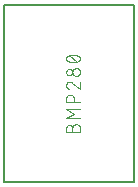
<source format=gbr>
G04 EAGLE Gerber RS-274X export*
G75*
%MOMM*%
%FSLAX34Y34*%
%LPD*%
%INSilkscreen Top*%
%IPPOS*%
%AMOC8*
5,1,8,0,0,1.08239X$1,22.5*%
G01*
%ADD10C,0.127000*%
%ADD11C,0.101600*%


D10*
X1006300Y203600D02*
X1006300Y53600D01*
X1116300Y53600D01*
X1116300Y203600D01*
X1006300Y203600D01*
D11*
X1064071Y99051D02*
X1064071Y95805D01*
X1064070Y99051D02*
X1064072Y99164D01*
X1064078Y99277D01*
X1064088Y99390D01*
X1064102Y99503D01*
X1064119Y99615D01*
X1064141Y99726D01*
X1064166Y99836D01*
X1064196Y99946D01*
X1064229Y100054D01*
X1064266Y100161D01*
X1064306Y100267D01*
X1064351Y100371D01*
X1064399Y100474D01*
X1064450Y100575D01*
X1064505Y100674D01*
X1064563Y100771D01*
X1064625Y100866D01*
X1064690Y100959D01*
X1064758Y101049D01*
X1064829Y101137D01*
X1064904Y101223D01*
X1064981Y101306D01*
X1065061Y101386D01*
X1065144Y101463D01*
X1065230Y101538D01*
X1065318Y101609D01*
X1065408Y101677D01*
X1065501Y101742D01*
X1065596Y101804D01*
X1065693Y101862D01*
X1065792Y101917D01*
X1065893Y101968D01*
X1065996Y102016D01*
X1066100Y102061D01*
X1066206Y102101D01*
X1066313Y102138D01*
X1066421Y102171D01*
X1066531Y102201D01*
X1066641Y102226D01*
X1066752Y102248D01*
X1066864Y102265D01*
X1066977Y102279D01*
X1067090Y102289D01*
X1067203Y102295D01*
X1067316Y102297D01*
X1067429Y102295D01*
X1067542Y102289D01*
X1067655Y102279D01*
X1067768Y102265D01*
X1067880Y102248D01*
X1067991Y102226D01*
X1068101Y102201D01*
X1068211Y102171D01*
X1068319Y102138D01*
X1068426Y102101D01*
X1068532Y102061D01*
X1068636Y102016D01*
X1068739Y101968D01*
X1068840Y101917D01*
X1068939Y101862D01*
X1069036Y101804D01*
X1069131Y101742D01*
X1069224Y101677D01*
X1069314Y101609D01*
X1069402Y101538D01*
X1069488Y101463D01*
X1069571Y101386D01*
X1069651Y101306D01*
X1069728Y101223D01*
X1069803Y101137D01*
X1069874Y101049D01*
X1069942Y100959D01*
X1070007Y100866D01*
X1070069Y100771D01*
X1070127Y100674D01*
X1070182Y100575D01*
X1070233Y100474D01*
X1070281Y100371D01*
X1070326Y100267D01*
X1070366Y100161D01*
X1070403Y100054D01*
X1070436Y99946D01*
X1070466Y99836D01*
X1070491Y99726D01*
X1070513Y99615D01*
X1070530Y99503D01*
X1070544Y99390D01*
X1070554Y99277D01*
X1070560Y99164D01*
X1070562Y99051D01*
X1070562Y95805D01*
X1058878Y95805D01*
X1058878Y99051D01*
X1058880Y99152D01*
X1058886Y99252D01*
X1058896Y99352D01*
X1058909Y99452D01*
X1058927Y99551D01*
X1058948Y99650D01*
X1058973Y99747D01*
X1059002Y99844D01*
X1059035Y99939D01*
X1059071Y100033D01*
X1059111Y100125D01*
X1059154Y100216D01*
X1059201Y100305D01*
X1059251Y100392D01*
X1059305Y100478D01*
X1059362Y100561D01*
X1059422Y100641D01*
X1059485Y100720D01*
X1059552Y100796D01*
X1059621Y100869D01*
X1059693Y100939D01*
X1059767Y101007D01*
X1059844Y101072D01*
X1059924Y101133D01*
X1060006Y101192D01*
X1060090Y101247D01*
X1060176Y101299D01*
X1060264Y101348D01*
X1060354Y101393D01*
X1060446Y101435D01*
X1060539Y101473D01*
X1060634Y101507D01*
X1060729Y101538D01*
X1060826Y101565D01*
X1060924Y101588D01*
X1061023Y101608D01*
X1061123Y101623D01*
X1061223Y101635D01*
X1061323Y101643D01*
X1061424Y101647D01*
X1061524Y101647D01*
X1061625Y101643D01*
X1061725Y101635D01*
X1061825Y101623D01*
X1061925Y101608D01*
X1062024Y101588D01*
X1062122Y101565D01*
X1062219Y101538D01*
X1062314Y101507D01*
X1062409Y101473D01*
X1062502Y101435D01*
X1062594Y101393D01*
X1062684Y101348D01*
X1062772Y101299D01*
X1062858Y101247D01*
X1062942Y101192D01*
X1063024Y101133D01*
X1063104Y101072D01*
X1063181Y101007D01*
X1063255Y100939D01*
X1063327Y100869D01*
X1063396Y100796D01*
X1063463Y100720D01*
X1063526Y100641D01*
X1063586Y100561D01*
X1063643Y100478D01*
X1063697Y100392D01*
X1063747Y100305D01*
X1063794Y100216D01*
X1063837Y100125D01*
X1063877Y100033D01*
X1063913Y99939D01*
X1063946Y99844D01*
X1063975Y99747D01*
X1064000Y99650D01*
X1064021Y99551D01*
X1064039Y99452D01*
X1064052Y99352D01*
X1064062Y99252D01*
X1064068Y99152D01*
X1064070Y99051D01*
X1058878Y107179D02*
X1070562Y107179D01*
X1065369Y111074D02*
X1058878Y107179D01*
X1065369Y111074D02*
X1058878Y114968D01*
X1070562Y114968D01*
X1070562Y120951D02*
X1058878Y120951D01*
X1058878Y124197D01*
X1058880Y124310D01*
X1058886Y124423D01*
X1058896Y124536D01*
X1058910Y124649D01*
X1058927Y124761D01*
X1058949Y124872D01*
X1058974Y124982D01*
X1059004Y125092D01*
X1059037Y125200D01*
X1059074Y125307D01*
X1059114Y125413D01*
X1059159Y125517D01*
X1059207Y125620D01*
X1059258Y125721D01*
X1059313Y125820D01*
X1059371Y125917D01*
X1059433Y126012D01*
X1059498Y126105D01*
X1059566Y126195D01*
X1059637Y126283D01*
X1059712Y126369D01*
X1059789Y126452D01*
X1059869Y126532D01*
X1059952Y126609D01*
X1060038Y126684D01*
X1060126Y126755D01*
X1060216Y126823D01*
X1060309Y126888D01*
X1060404Y126950D01*
X1060501Y127008D01*
X1060600Y127063D01*
X1060701Y127114D01*
X1060804Y127162D01*
X1060908Y127207D01*
X1061014Y127247D01*
X1061121Y127284D01*
X1061229Y127317D01*
X1061339Y127347D01*
X1061449Y127372D01*
X1061560Y127394D01*
X1061672Y127411D01*
X1061785Y127425D01*
X1061898Y127435D01*
X1062011Y127441D01*
X1062124Y127443D01*
X1062237Y127441D01*
X1062350Y127435D01*
X1062463Y127425D01*
X1062576Y127411D01*
X1062688Y127394D01*
X1062799Y127372D01*
X1062909Y127347D01*
X1063019Y127317D01*
X1063127Y127284D01*
X1063234Y127247D01*
X1063340Y127207D01*
X1063444Y127162D01*
X1063547Y127114D01*
X1063648Y127063D01*
X1063747Y127008D01*
X1063844Y126950D01*
X1063939Y126888D01*
X1064032Y126823D01*
X1064122Y126755D01*
X1064210Y126684D01*
X1064296Y126609D01*
X1064379Y126532D01*
X1064459Y126452D01*
X1064536Y126369D01*
X1064611Y126283D01*
X1064682Y126195D01*
X1064750Y126105D01*
X1064815Y126012D01*
X1064877Y125917D01*
X1064935Y125820D01*
X1064990Y125721D01*
X1065041Y125620D01*
X1065089Y125517D01*
X1065134Y125413D01*
X1065174Y125307D01*
X1065211Y125200D01*
X1065244Y125092D01*
X1065274Y124982D01*
X1065299Y124872D01*
X1065321Y124761D01*
X1065338Y124649D01*
X1065352Y124536D01*
X1065362Y124423D01*
X1065368Y124310D01*
X1065370Y124197D01*
X1065369Y124197D02*
X1065369Y120951D01*
X1058878Y135401D02*
X1058880Y135508D01*
X1058886Y135614D01*
X1058896Y135720D01*
X1058909Y135826D01*
X1058927Y135932D01*
X1058948Y136036D01*
X1058973Y136140D01*
X1059002Y136243D01*
X1059034Y136344D01*
X1059071Y136444D01*
X1059111Y136543D01*
X1059154Y136641D01*
X1059201Y136737D01*
X1059252Y136831D01*
X1059306Y136923D01*
X1059363Y137013D01*
X1059423Y137101D01*
X1059487Y137186D01*
X1059554Y137269D01*
X1059624Y137350D01*
X1059696Y137428D01*
X1059772Y137504D01*
X1059850Y137576D01*
X1059931Y137646D01*
X1060014Y137713D01*
X1060099Y137777D01*
X1060187Y137837D01*
X1060277Y137894D01*
X1060369Y137948D01*
X1060463Y137999D01*
X1060559Y138046D01*
X1060657Y138089D01*
X1060756Y138129D01*
X1060856Y138166D01*
X1060957Y138198D01*
X1061060Y138227D01*
X1061164Y138252D01*
X1061268Y138273D01*
X1061374Y138291D01*
X1061480Y138304D01*
X1061586Y138314D01*
X1061692Y138320D01*
X1061799Y138322D01*
X1058878Y135401D02*
X1058880Y135280D01*
X1058886Y135159D01*
X1058896Y135039D01*
X1058909Y134918D01*
X1058927Y134799D01*
X1058948Y134679D01*
X1058973Y134561D01*
X1059002Y134444D01*
X1059035Y134327D01*
X1059071Y134212D01*
X1059112Y134098D01*
X1059155Y133985D01*
X1059203Y133873D01*
X1059254Y133764D01*
X1059309Y133656D01*
X1059367Y133549D01*
X1059428Y133445D01*
X1059493Y133343D01*
X1059561Y133243D01*
X1059632Y133145D01*
X1059706Y133049D01*
X1059783Y132956D01*
X1059864Y132866D01*
X1059947Y132778D01*
X1060033Y132693D01*
X1060122Y132610D01*
X1060213Y132531D01*
X1060307Y132454D01*
X1060403Y132381D01*
X1060501Y132311D01*
X1060602Y132244D01*
X1060705Y132180D01*
X1060810Y132120D01*
X1060917Y132062D01*
X1061025Y132009D01*
X1061135Y131959D01*
X1061247Y131913D01*
X1061360Y131870D01*
X1061475Y131831D01*
X1064071Y137348D02*
X1063993Y137427D01*
X1063913Y137503D01*
X1063830Y137576D01*
X1063744Y137646D01*
X1063657Y137713D01*
X1063566Y137777D01*
X1063474Y137837D01*
X1063380Y137895D01*
X1063283Y137949D01*
X1063185Y137999D01*
X1063085Y138046D01*
X1062984Y138090D01*
X1062881Y138130D01*
X1062776Y138166D01*
X1062671Y138198D01*
X1062564Y138227D01*
X1062457Y138252D01*
X1062348Y138274D01*
X1062239Y138291D01*
X1062130Y138305D01*
X1062020Y138314D01*
X1061909Y138320D01*
X1061799Y138322D01*
X1064071Y137348D02*
X1070562Y131831D01*
X1070562Y138322D01*
X1067316Y143260D02*
X1067203Y143262D01*
X1067090Y143268D01*
X1066977Y143278D01*
X1066864Y143292D01*
X1066752Y143309D01*
X1066641Y143331D01*
X1066531Y143356D01*
X1066421Y143386D01*
X1066313Y143419D01*
X1066206Y143456D01*
X1066100Y143496D01*
X1065996Y143541D01*
X1065893Y143589D01*
X1065792Y143640D01*
X1065693Y143695D01*
X1065596Y143753D01*
X1065501Y143815D01*
X1065408Y143880D01*
X1065318Y143948D01*
X1065230Y144019D01*
X1065144Y144094D01*
X1065061Y144171D01*
X1064981Y144251D01*
X1064904Y144334D01*
X1064829Y144420D01*
X1064758Y144508D01*
X1064690Y144598D01*
X1064625Y144691D01*
X1064563Y144786D01*
X1064505Y144883D01*
X1064450Y144982D01*
X1064399Y145083D01*
X1064351Y145186D01*
X1064306Y145290D01*
X1064266Y145396D01*
X1064229Y145503D01*
X1064196Y145611D01*
X1064166Y145721D01*
X1064141Y145831D01*
X1064119Y145942D01*
X1064102Y146054D01*
X1064088Y146167D01*
X1064078Y146280D01*
X1064072Y146393D01*
X1064070Y146506D01*
X1064072Y146619D01*
X1064078Y146732D01*
X1064088Y146845D01*
X1064102Y146958D01*
X1064119Y147070D01*
X1064141Y147181D01*
X1064166Y147291D01*
X1064196Y147401D01*
X1064229Y147509D01*
X1064266Y147616D01*
X1064306Y147722D01*
X1064351Y147826D01*
X1064399Y147929D01*
X1064450Y148030D01*
X1064505Y148129D01*
X1064563Y148226D01*
X1064625Y148321D01*
X1064690Y148414D01*
X1064758Y148504D01*
X1064829Y148592D01*
X1064904Y148678D01*
X1064981Y148761D01*
X1065061Y148841D01*
X1065144Y148918D01*
X1065230Y148993D01*
X1065318Y149064D01*
X1065408Y149132D01*
X1065501Y149197D01*
X1065596Y149259D01*
X1065693Y149317D01*
X1065792Y149372D01*
X1065893Y149423D01*
X1065996Y149471D01*
X1066100Y149516D01*
X1066206Y149556D01*
X1066313Y149593D01*
X1066421Y149626D01*
X1066531Y149656D01*
X1066641Y149681D01*
X1066752Y149703D01*
X1066864Y149720D01*
X1066977Y149734D01*
X1067090Y149744D01*
X1067203Y149750D01*
X1067316Y149752D01*
X1067429Y149750D01*
X1067542Y149744D01*
X1067655Y149734D01*
X1067768Y149720D01*
X1067880Y149703D01*
X1067991Y149681D01*
X1068101Y149656D01*
X1068211Y149626D01*
X1068319Y149593D01*
X1068426Y149556D01*
X1068532Y149516D01*
X1068636Y149471D01*
X1068739Y149423D01*
X1068840Y149372D01*
X1068939Y149317D01*
X1069036Y149259D01*
X1069131Y149197D01*
X1069224Y149132D01*
X1069314Y149064D01*
X1069402Y148993D01*
X1069488Y148918D01*
X1069571Y148841D01*
X1069651Y148761D01*
X1069728Y148678D01*
X1069803Y148592D01*
X1069874Y148504D01*
X1069942Y148414D01*
X1070007Y148321D01*
X1070069Y148226D01*
X1070127Y148129D01*
X1070182Y148030D01*
X1070233Y147929D01*
X1070281Y147826D01*
X1070326Y147722D01*
X1070366Y147616D01*
X1070403Y147509D01*
X1070436Y147401D01*
X1070466Y147291D01*
X1070491Y147181D01*
X1070513Y147070D01*
X1070530Y146958D01*
X1070544Y146845D01*
X1070554Y146732D01*
X1070560Y146619D01*
X1070562Y146506D01*
X1070560Y146393D01*
X1070554Y146280D01*
X1070544Y146167D01*
X1070530Y146054D01*
X1070513Y145942D01*
X1070491Y145831D01*
X1070466Y145721D01*
X1070436Y145611D01*
X1070403Y145503D01*
X1070366Y145396D01*
X1070326Y145290D01*
X1070281Y145186D01*
X1070233Y145083D01*
X1070182Y144982D01*
X1070127Y144883D01*
X1070069Y144786D01*
X1070007Y144691D01*
X1069942Y144598D01*
X1069874Y144508D01*
X1069803Y144420D01*
X1069728Y144334D01*
X1069651Y144251D01*
X1069571Y144171D01*
X1069488Y144094D01*
X1069402Y144019D01*
X1069314Y143948D01*
X1069224Y143880D01*
X1069131Y143815D01*
X1069036Y143753D01*
X1068939Y143695D01*
X1068840Y143640D01*
X1068739Y143589D01*
X1068636Y143541D01*
X1068532Y143496D01*
X1068426Y143456D01*
X1068319Y143419D01*
X1068211Y143386D01*
X1068101Y143356D01*
X1067991Y143331D01*
X1067880Y143309D01*
X1067768Y143292D01*
X1067655Y143278D01*
X1067542Y143268D01*
X1067429Y143262D01*
X1067316Y143260D01*
X1061474Y143910D02*
X1061373Y143912D01*
X1061273Y143918D01*
X1061173Y143928D01*
X1061073Y143941D01*
X1060974Y143959D01*
X1060875Y143980D01*
X1060778Y144005D01*
X1060681Y144034D01*
X1060586Y144067D01*
X1060492Y144103D01*
X1060400Y144143D01*
X1060309Y144186D01*
X1060220Y144233D01*
X1060133Y144283D01*
X1060047Y144337D01*
X1059964Y144394D01*
X1059884Y144454D01*
X1059805Y144517D01*
X1059729Y144584D01*
X1059656Y144653D01*
X1059586Y144725D01*
X1059518Y144799D01*
X1059453Y144876D01*
X1059392Y144956D01*
X1059333Y145038D01*
X1059278Y145122D01*
X1059226Y145208D01*
X1059177Y145296D01*
X1059132Y145386D01*
X1059090Y145478D01*
X1059052Y145571D01*
X1059018Y145666D01*
X1058987Y145761D01*
X1058960Y145858D01*
X1058937Y145956D01*
X1058917Y146055D01*
X1058902Y146155D01*
X1058890Y146255D01*
X1058882Y146355D01*
X1058878Y146456D01*
X1058878Y146556D01*
X1058882Y146657D01*
X1058890Y146757D01*
X1058902Y146857D01*
X1058917Y146957D01*
X1058937Y147056D01*
X1058960Y147154D01*
X1058987Y147251D01*
X1059018Y147346D01*
X1059052Y147441D01*
X1059090Y147534D01*
X1059132Y147626D01*
X1059177Y147716D01*
X1059226Y147804D01*
X1059278Y147890D01*
X1059333Y147974D01*
X1059392Y148056D01*
X1059453Y148136D01*
X1059518Y148213D01*
X1059586Y148287D01*
X1059656Y148359D01*
X1059729Y148428D01*
X1059805Y148495D01*
X1059884Y148558D01*
X1059964Y148618D01*
X1060047Y148675D01*
X1060133Y148729D01*
X1060220Y148779D01*
X1060309Y148826D01*
X1060400Y148869D01*
X1060492Y148909D01*
X1060586Y148945D01*
X1060681Y148978D01*
X1060778Y149007D01*
X1060875Y149032D01*
X1060974Y149053D01*
X1061073Y149071D01*
X1061173Y149084D01*
X1061273Y149094D01*
X1061373Y149100D01*
X1061474Y149102D01*
X1061575Y149100D01*
X1061675Y149094D01*
X1061775Y149084D01*
X1061875Y149071D01*
X1061974Y149053D01*
X1062073Y149032D01*
X1062170Y149007D01*
X1062267Y148978D01*
X1062362Y148945D01*
X1062456Y148909D01*
X1062548Y148869D01*
X1062639Y148826D01*
X1062728Y148779D01*
X1062815Y148729D01*
X1062901Y148675D01*
X1062984Y148618D01*
X1063064Y148558D01*
X1063143Y148495D01*
X1063219Y148428D01*
X1063292Y148359D01*
X1063362Y148287D01*
X1063430Y148213D01*
X1063495Y148136D01*
X1063556Y148056D01*
X1063615Y147974D01*
X1063670Y147890D01*
X1063722Y147804D01*
X1063771Y147716D01*
X1063816Y147626D01*
X1063858Y147534D01*
X1063896Y147441D01*
X1063930Y147346D01*
X1063961Y147251D01*
X1063988Y147154D01*
X1064011Y147056D01*
X1064031Y146957D01*
X1064046Y146857D01*
X1064058Y146757D01*
X1064066Y146657D01*
X1064070Y146556D01*
X1064070Y146456D01*
X1064066Y146355D01*
X1064058Y146255D01*
X1064046Y146155D01*
X1064031Y146055D01*
X1064011Y145956D01*
X1063988Y145858D01*
X1063961Y145761D01*
X1063930Y145666D01*
X1063896Y145571D01*
X1063858Y145478D01*
X1063816Y145386D01*
X1063771Y145296D01*
X1063722Y145208D01*
X1063670Y145122D01*
X1063615Y145038D01*
X1063556Y144956D01*
X1063495Y144876D01*
X1063430Y144799D01*
X1063362Y144725D01*
X1063292Y144653D01*
X1063219Y144584D01*
X1063143Y144517D01*
X1063064Y144454D01*
X1062984Y144394D01*
X1062901Y144337D01*
X1062815Y144283D01*
X1062728Y144233D01*
X1062639Y144186D01*
X1062548Y144143D01*
X1062456Y144103D01*
X1062362Y144067D01*
X1062267Y144034D01*
X1062170Y144005D01*
X1062073Y143980D01*
X1061974Y143959D01*
X1061875Y143941D01*
X1061775Y143928D01*
X1061675Y143918D01*
X1061575Y143912D01*
X1061474Y143910D01*
X1064720Y154691D02*
X1064490Y154694D01*
X1064260Y154702D01*
X1064031Y154716D01*
X1063802Y154735D01*
X1063573Y154760D01*
X1063345Y154790D01*
X1063118Y154825D01*
X1062892Y154866D01*
X1062667Y154912D01*
X1062443Y154964D01*
X1062220Y155021D01*
X1061999Y155083D01*
X1061779Y155151D01*
X1061561Y155224D01*
X1061345Y155302D01*
X1061131Y155385D01*
X1060919Y155473D01*
X1060708Y155566D01*
X1060501Y155665D01*
X1060501Y155664D02*
X1060411Y155697D01*
X1060322Y155733D01*
X1060234Y155773D01*
X1060149Y155817D01*
X1060065Y155864D01*
X1059983Y155914D01*
X1059903Y155968D01*
X1059826Y156024D01*
X1059750Y156084D01*
X1059677Y156147D01*
X1059607Y156212D01*
X1059539Y156281D01*
X1059475Y156352D01*
X1059413Y156425D01*
X1059354Y156501D01*
X1059298Y156579D01*
X1059245Y156660D01*
X1059196Y156742D01*
X1059150Y156826D01*
X1059107Y156913D01*
X1059068Y157000D01*
X1059032Y157090D01*
X1059000Y157180D01*
X1058972Y157272D01*
X1058947Y157365D01*
X1058926Y157459D01*
X1058909Y157553D01*
X1058895Y157648D01*
X1058886Y157744D01*
X1058880Y157840D01*
X1058878Y157936D01*
X1058880Y158032D01*
X1058886Y158128D01*
X1058895Y158224D01*
X1058909Y158319D01*
X1058926Y158413D01*
X1058947Y158507D01*
X1058972Y158600D01*
X1059000Y158692D01*
X1059032Y158782D01*
X1059068Y158872D01*
X1059107Y158960D01*
X1059150Y159046D01*
X1059196Y159130D01*
X1059245Y159212D01*
X1059298Y159293D01*
X1059354Y159371D01*
X1059413Y159447D01*
X1059475Y159520D01*
X1059539Y159591D01*
X1059607Y159660D01*
X1059677Y159725D01*
X1059750Y159788D01*
X1059826Y159848D01*
X1059903Y159904D01*
X1059983Y159958D01*
X1060065Y160008D01*
X1060149Y160055D01*
X1060234Y160099D01*
X1060322Y160139D01*
X1060411Y160175D01*
X1060501Y160208D01*
X1060708Y160307D01*
X1060919Y160400D01*
X1061131Y160488D01*
X1061345Y160571D01*
X1061561Y160649D01*
X1061779Y160722D01*
X1061999Y160790D01*
X1062220Y160852D01*
X1062443Y160909D01*
X1062667Y160961D01*
X1062892Y161007D01*
X1063118Y161048D01*
X1063345Y161083D01*
X1063573Y161113D01*
X1063802Y161138D01*
X1064031Y161157D01*
X1064260Y161171D01*
X1064490Y161179D01*
X1064720Y161182D01*
X1064720Y154691D02*
X1064950Y154694D01*
X1065180Y154702D01*
X1065409Y154716D01*
X1065638Y154735D01*
X1065867Y154760D01*
X1066095Y154790D01*
X1066322Y154825D01*
X1066548Y154866D01*
X1066773Y154912D01*
X1066997Y154964D01*
X1067220Y155021D01*
X1067441Y155083D01*
X1067661Y155151D01*
X1067879Y155224D01*
X1068095Y155302D01*
X1068309Y155385D01*
X1068521Y155473D01*
X1068732Y155566D01*
X1068939Y155665D01*
X1068939Y155664D02*
X1069029Y155697D01*
X1069118Y155733D01*
X1069206Y155774D01*
X1069291Y155817D01*
X1069375Y155864D01*
X1069457Y155914D01*
X1069537Y155968D01*
X1069614Y156024D01*
X1069690Y156084D01*
X1069763Y156147D01*
X1069833Y156212D01*
X1069901Y156281D01*
X1069965Y156352D01*
X1070027Y156425D01*
X1070086Y156501D01*
X1070142Y156579D01*
X1070195Y156660D01*
X1070244Y156742D01*
X1070290Y156826D01*
X1070333Y156913D01*
X1070372Y157000D01*
X1070408Y157090D01*
X1070440Y157180D01*
X1070468Y157272D01*
X1070493Y157365D01*
X1070514Y157459D01*
X1070531Y157553D01*
X1070545Y157648D01*
X1070554Y157744D01*
X1070560Y157840D01*
X1070562Y157936D01*
X1068939Y160208D02*
X1068732Y160307D01*
X1068521Y160400D01*
X1068309Y160488D01*
X1068095Y160571D01*
X1067879Y160649D01*
X1067661Y160722D01*
X1067441Y160790D01*
X1067220Y160852D01*
X1066997Y160909D01*
X1066773Y160961D01*
X1066548Y161007D01*
X1066322Y161048D01*
X1066095Y161083D01*
X1065867Y161113D01*
X1065638Y161138D01*
X1065409Y161157D01*
X1065180Y161171D01*
X1064950Y161179D01*
X1064720Y161182D01*
X1068939Y160208D02*
X1069029Y160175D01*
X1069118Y160139D01*
X1069206Y160099D01*
X1069291Y160055D01*
X1069375Y160008D01*
X1069457Y159958D01*
X1069537Y159904D01*
X1069614Y159848D01*
X1069690Y159788D01*
X1069763Y159725D01*
X1069833Y159660D01*
X1069901Y159591D01*
X1069965Y159520D01*
X1070027Y159447D01*
X1070086Y159371D01*
X1070142Y159293D01*
X1070195Y159212D01*
X1070244Y159130D01*
X1070290Y159046D01*
X1070333Y158959D01*
X1070372Y158872D01*
X1070408Y158782D01*
X1070440Y158692D01*
X1070468Y158600D01*
X1070493Y158507D01*
X1070514Y158413D01*
X1070531Y158319D01*
X1070545Y158224D01*
X1070554Y158128D01*
X1070560Y158032D01*
X1070562Y157936D01*
X1067966Y155340D02*
X1061474Y160533D01*
M02*

</source>
